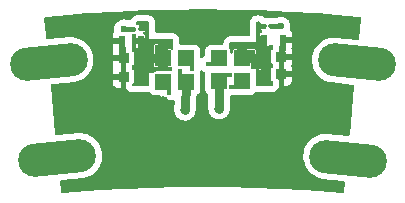
<source format=gbr>
%TF.GenerationSoftware,KiCad,Pcbnew,8.0.2-1*%
%TF.CreationDate,2024-08-19T11:26:23+02:00*%
%TF.ProjectId,PUMA_PCB_REV2,50554d41-5f50-4434-925f-524556322e6b,rev?*%
%TF.SameCoordinates,Original*%
%TF.FileFunction,Copper,L4,Bot*%
%TF.FilePolarity,Positive*%
%FSLAX46Y46*%
G04 Gerber Fmt 4.6, Leading zero omitted, Abs format (unit mm)*
G04 Created by KiCad (PCBNEW 8.0.2-1) date 2024-08-19 11:26:23*
%MOMM*%
%LPD*%
G01*
G04 APERTURE LIST*
G04 Aperture macros list*
%AMRoundRect*
0 Rectangle with rounded corners*
0 $1 Rounding radius*
0 $2 $3 $4 $5 $6 $7 $8 $9 X,Y pos of 4 corners*
0 Add a 4 corners polygon primitive as box body*
4,1,4,$2,$3,$4,$5,$6,$7,$8,$9,$2,$3,0*
0 Add four circle primitives for the rounded corners*
1,1,$1+$1,$2,$3*
1,1,$1+$1,$4,$5*
1,1,$1+$1,$6,$7*
1,1,$1+$1,$8,$9*
0 Add four rect primitives between the rounded corners*
20,1,$1+$1,$2,$3,$4,$5,0*
20,1,$1+$1,$4,$5,$6,$7,0*
20,1,$1+$1,$6,$7,$8,$9,0*
20,1,$1+$1,$8,$9,$2,$3,0*%
%AMHorizOval*
0 Thick line with rounded ends*
0 $1 width*
0 $2 $3 position (X,Y) of the first rounded end (center of the circle)*
0 $4 $5 position (X,Y) of the second rounded end (center of the circle)*
0 Add line between two ends*
20,1,$1,$2,$3,$4,$5,0*
0 Add two circle primitives to create the rounded ends*
1,1,$1,$2,$3*
1,1,$1,$4,$5*%
%AMFreePoly0*
4,1,17,-0.309965,1.070035,-0.309950,1.070000,-0.309950,0.650050,0.660000,0.650050,0.660035,0.650035,0.660050,0.650000,0.660050,-0.650000,0.660035,-0.650035,0.660000,-0.650050,-0.660000,-0.650050,-0.660035,-0.650035,-0.660050,-0.650000,-0.660050,1.070000,-0.660035,1.070035,-0.660000,1.070050,-0.310000,1.070050,-0.309965,1.070035,-0.309965,1.070035,$1*%
%AMFreePoly1*
4,1,23,1.070035,0.660035,1.070050,0.660000,1.070050,0.310000,1.070035,0.309965,1.070000,0.309950,0.660000,0.309950,0.660000,-0.650000,0.650050,-0.650000,0.650050,-0.660000,0.650035,-0.660035,0.650000,-0.660050,-0.650000,-0.660050,-0.650035,-0.660035,-0.650050,-0.660000,-0.650050,-0.650000,-0.660000,-0.650000,-0.660000,0.650000,-0.650050,0.650000,-0.650050,0.660000,-0.650035,0.660035,
-0.650000,0.660050,1.070000,0.660050,1.070035,0.660035,1.070035,0.660035,$1*%
%AMFreePoly2*
4,1,17,0.660035,0.650035,0.660050,0.650000,0.660050,-1.070000,0.660035,-1.070035,0.660000,-1.070050,0.310000,-1.070050,0.309965,-1.070035,0.309950,-1.070000,0.309950,-0.650050,-0.660000,-0.650050,-0.660035,-0.650035,-0.660050,-0.650000,-0.660050,0.650000,-0.660035,0.650035,-0.660000,0.650050,0.660000,0.650050,0.660035,0.650035,0.660035,0.650035,$1*%
%AMFreePoly3*
4,1,23,0.650035,0.660035,0.650050,0.660000,0.650050,0.650000,0.660000,0.650000,0.660000,-0.650000,0.650050,-0.650000,0.650050,-0.660000,0.650035,-0.660035,0.650000,-0.660050,-1.070000,-0.660050,-1.070035,-0.660035,-1.070050,-0.660000,-1.070050,-0.310000,-1.070035,-0.309965,-1.070000,-0.309950,-0.660000,-0.309950,-0.660000,0.650000,-0.650050,0.650000,-0.650050,0.660000,-0.650035,0.660035,
-0.650000,0.660050,0.650000,0.660050,0.650035,0.660035,0.650035,0.660035,$1*%
G04 Aperture macros list end*
%TA.AperFunction,ComponentPad*%
%ADD10HorizOval,2.800000X1.890802X0.186728X-1.890802X-0.186728X0*%
%TD*%
%TA.AperFunction,SMDPad,CuDef*%
%ADD11R,0.850000X0.940000*%
%TD*%
%TA.AperFunction,SMDPad,CuDef*%
%ADD12R,0.540000X0.940000*%
%TD*%
%TA.AperFunction,ComponentPad*%
%ADD13HorizOval,2.800000X1.890802X-0.186728X-1.890802X0.186728X0*%
%TD*%
%TA.AperFunction,SMDPad,CuDef*%
%ADD14FreePoly0,270.000000*%
%TD*%
%TA.AperFunction,SMDPad,CuDef*%
%ADD15FreePoly1,180.000000*%
%TD*%
%TA.AperFunction,SMDPad,CuDef*%
%ADD16FreePoly2,90.000000*%
%TD*%
%TA.AperFunction,SMDPad,CuDef*%
%ADD17FreePoly3,0.000000*%
%TD*%
%TA.AperFunction,SMDPad,CuDef*%
%ADD18RoundRect,0.100000X-0.130000X-0.100000X0.130000X-0.100000X0.130000X0.100000X-0.130000X0.100000X0*%
%TD*%
%TA.AperFunction,SMDPad,CuDef*%
%ADD19FreePoly0,0.000000*%
%TD*%
%TA.AperFunction,SMDPad,CuDef*%
%ADD20FreePoly1,270.000000*%
%TD*%
%TA.AperFunction,SMDPad,CuDef*%
%ADD21FreePoly2,180.000000*%
%TD*%
%TA.AperFunction,SMDPad,CuDef*%
%ADD22FreePoly3,90.000000*%
%TD*%
%TA.AperFunction,SMDPad,CuDef*%
%ADD23RoundRect,0.100000X0.130000X0.100000X-0.130000X0.100000X-0.130000X-0.100000X0.130000X-0.100000X0*%
%TD*%
%TA.AperFunction,ViaPad*%
%ADD24C,1.000000*%
%TD*%
%TA.AperFunction,ViaPad*%
%ADD25C,0.600000*%
%TD*%
%TA.AperFunction,ViaPad*%
%ADD26C,0.800000*%
%TD*%
%TA.AperFunction,Conductor*%
%ADD27C,0.420000*%
%TD*%
%TA.AperFunction,Conductor*%
%ADD28C,0.800000*%
%TD*%
G04 APERTURE END LIST*
D10*
%TO.P,H1,1*%
%TO.N,N/C*%
X86952580Y-87434452D03*
%TD*%
D11*
%TO.P,C8,1,1*%
%TO.N,Net-(C7-Pad1)*%
X94608753Y-87131471D03*
%TO.P,C8,2,2*%
%TO.N,GND*%
X93308753Y-87131471D03*
%TD*%
%TO.P,C9,1,1*%
%TO.N,Net-(C7-Pad1)*%
X94608753Y-88687906D03*
%TO.P,C9,2,2*%
%TO.N,GND*%
X93308753Y-88687906D03*
%TD*%
D12*
%TO.P,C4,1,1*%
%TO.N,GND*%
X106800000Y-85552155D03*
%TO.P,C4,2,2*%
%TO.N,Net-(C4-Pad2)*%
X105200000Y-85552155D03*
%TD*%
D10*
%TO.P,H2,1*%
%TO.N,N/C*%
X87710893Y-95553914D03*
%TD*%
D13*
%TO.P,H3,*%
%TO.N,*%
X113052869Y-87485539D03*
%TD*%
D11*
%TO.P,C5,1,1*%
%TO.N,GND*%
X106650000Y-87000000D03*
%TO.P,C5,2,2*%
%TO.N,Net-(C4-Pad2)*%
X105350000Y-87000000D03*
%TD*%
D12*
%TO.P,C7,1,1*%
%TO.N,Net-(C7-Pad1)*%
X94758753Y-85687906D03*
%TO.P,C7,2,2*%
%TO.N,GND*%
X93158753Y-85687906D03*
%TD*%
D11*
%TO.P,C6,1,1*%
%TO.N,GND*%
X106650000Y-88484054D03*
%TO.P,C6,2,2*%
%TO.N,Net-(C4-Pad2)*%
X105350000Y-88484054D03*
%TD*%
D13*
%TO.P,H4,*%
%TO.N,*%
X112321273Y-95623988D03*
%TD*%
D14*
%TO.P,U1,1*%
%TO.N,Net-(J2-SIGNAL)*%
X101391306Y-89093644D03*
D15*
%TO.P,U1,2*%
%TO.N,unconnected-(U1-Pad2)*%
X101381306Y-87143644D03*
D16*
%TO.P,U1,3*%
%TO.N,Net-(C4-Pad2)*%
X103351306Y-87133644D03*
D17*
%TO.P,U1,4*%
%TO.N,unconnected-(U1-Pad4)*%
X103361306Y-89083644D03*
%TD*%
D18*
%TO.P,R2,1*%
%TO.N,HV+*%
X94137447Y-84634163D03*
%TO.P,R2,2*%
%TO.N,Net-(C7-Pad1)*%
X94777447Y-84634163D03*
%TD*%
D19*
%TO.P,U2,1*%
%TO.N,Net-(J3-SIGNAL)*%
X98617090Y-89103644D03*
D20*
%TO.P,U2,2*%
%TO.N,unconnected-(U2-Pad2)*%
X96667090Y-89113644D03*
D21*
%TO.P,U2,3*%
%TO.N,Net-(C7-Pad1)*%
X96657090Y-87143644D03*
D22*
%TO.P,U2,4*%
%TO.N,unconnected-(U2-Pad4)*%
X98607090Y-87133644D03*
%TD*%
D23*
%TO.P,R1,1*%
%TO.N,HV+*%
X105820000Y-84435195D03*
%TO.P,R1,2*%
%TO.N,Net-(C4-Pad2)*%
X105180000Y-84435195D03*
%TD*%
D24*
%TO.N,GND*%
X96638147Y-90864525D03*
X98500000Y-84365929D03*
D25*
X103500000Y-92500000D03*
D24*
X107833548Y-91070020D03*
X106000000Y-95750000D03*
X107833548Y-92423625D03*
X103500000Y-91000000D03*
X107833548Y-93778630D03*
X100500000Y-96000000D03*
D25*
X96500000Y-92500000D03*
D24*
X99000000Y-96000000D03*
X101750000Y-84250000D03*
X91750000Y-89750000D03*
D25*
%TO.N,HV+*%
X93322070Y-84647999D03*
X106628810Y-84404476D03*
D26*
%TO.N,Net-(J2-SIGNAL)*%
X101388400Y-91400879D03*
%TO.N,Net-(J3-SIGNAL)*%
X98500000Y-91500000D03*
%TD*%
D27*
%TO.N,HV+*%
X105820000Y-84435195D02*
X106628810Y-84404476D01*
X94137447Y-84634163D02*
X93322070Y-84647999D01*
D28*
%TO.N,Net-(C4-Pad2)*%
X103484950Y-87000000D02*
X103351306Y-87133644D01*
D27*
X103717662Y-87500000D02*
X103351306Y-87133644D01*
%TO.N,Net-(J2-SIGNAL)*%
X101388400Y-91400879D02*
X101352864Y-91258735D01*
D28*
X101391306Y-89093644D02*
X101388400Y-91400879D01*
%TO.N,Net-(J3-SIGNAL)*%
X98617090Y-89103644D02*
X98500000Y-91500000D01*
%TD*%
%TA.AperFunction,Conductor*%
%TO.N,GND*%
G36*
X102443268Y-83009334D02*
G01*
X102445287Y-83009370D01*
X104889484Y-83074819D01*
X104891648Y-83074897D01*
X107334274Y-83183990D01*
X107336325Y-83184100D01*
X109776610Y-83336801D01*
X109778671Y-83336948D01*
X112215960Y-83533217D01*
X112217848Y-83533385D01*
X113311132Y-83638655D01*
X113375974Y-83664674D01*
X113416457Y-83721620D01*
X113422647Y-83774245D01*
X113255414Y-85471167D01*
X113229250Y-85535953D01*
X113172213Y-85576309D01*
X113119826Y-85582406D01*
X111224886Y-85395269D01*
X111224882Y-85395269D01*
X110975882Y-85403355D01*
X110975876Y-85403355D01*
X110730069Y-85443872D01*
X110491652Y-85516128D01*
X110491648Y-85516129D01*
X110491647Y-85516130D01*
X110457290Y-85531686D01*
X110264690Y-85618890D01*
X110053102Y-85750386D01*
X109991407Y-85800991D01*
X109860476Y-85908386D01*
X109860473Y-85908388D01*
X109860473Y-85908389D01*
X109690123Y-86090175D01*
X109690120Y-86090178D01*
X109544964Y-86292632D01*
X109544962Y-86292636D01*
X109544960Y-86292639D01*
X109544959Y-86292641D01*
X109427522Y-86512211D01*
X109427460Y-86512327D01*
X109339644Y-86745462D01*
X109339642Y-86745469D01*
X109283011Y-86988061D01*
X109283008Y-86988077D01*
X109258525Y-87235990D01*
X109258525Y-87235994D01*
X109258525Y-87235996D01*
X109263427Y-87386953D01*
X109266611Y-87484992D01*
X109266611Y-87485001D01*
X109307128Y-87730808D01*
X109360426Y-87906670D01*
X109379386Y-87969231D01*
X109446190Y-88116774D01*
X109482146Y-88196187D01*
X109613642Y-88407775D01*
X109613645Y-88407779D01*
X109613646Y-88407780D01*
X109771642Y-88600402D01*
X109914267Y-88734054D01*
X109953431Y-88770754D01*
X109953434Y-88770757D01*
X110155888Y-88915913D01*
X110155890Y-88915914D01*
X110155897Y-88915919D01*
X110375579Y-89033416D01*
X110473097Y-89070148D01*
X110608718Y-89121233D01*
X110608725Y-89121235D01*
X110749687Y-89154141D01*
X110851328Y-89177869D01*
X112747092Y-89365087D01*
X112811873Y-89391265D01*
X112852217Y-89448310D01*
X112858308Y-89500648D01*
X112454047Y-93602725D01*
X112427883Y-93667511D01*
X112370846Y-93707867D01*
X112318459Y-93713964D01*
X110493290Y-93533718D01*
X110493286Y-93533718D01*
X110244286Y-93541804D01*
X110244280Y-93541804D01*
X109998473Y-93582321D01*
X109760056Y-93654577D01*
X109760052Y-93654578D01*
X109760051Y-93654579D01*
X109646575Y-93705958D01*
X109533094Y-93757339D01*
X109321506Y-93888835D01*
X109214317Y-93976756D01*
X109128880Y-94046835D01*
X109128877Y-94046837D01*
X109128877Y-94046838D01*
X108958527Y-94228624D01*
X108958524Y-94228627D01*
X108813368Y-94431081D01*
X108813366Y-94431085D01*
X108695864Y-94650776D01*
X108608048Y-94883911D01*
X108608046Y-94883918D01*
X108551415Y-95126510D01*
X108551412Y-95126526D01*
X108526929Y-95374439D01*
X108526929Y-95374443D01*
X108526929Y-95374445D01*
X108532740Y-95553376D01*
X108535015Y-95623441D01*
X108535015Y-95623450D01*
X108575532Y-95869257D01*
X108626553Y-96037606D01*
X108647790Y-96107680D01*
X108750548Y-96334632D01*
X108750550Y-96334636D01*
X108882046Y-96546224D01*
X108882049Y-96546228D01*
X108882050Y-96546229D01*
X109040046Y-96738851D01*
X109147060Y-96839132D01*
X109221835Y-96909203D01*
X109221838Y-96909206D01*
X109424292Y-97054362D01*
X109424294Y-97054363D01*
X109424301Y-97054368D01*
X109643983Y-97171865D01*
X109777710Y-97222236D01*
X109877122Y-97259682D01*
X109877129Y-97259684D01*
X110002981Y-97289063D01*
X110119732Y-97316318D01*
X111945727Y-97496645D01*
X112010506Y-97522823D01*
X112050850Y-97579868D01*
X112056941Y-97632206D01*
X111975114Y-98462518D01*
X111948950Y-98527304D01*
X111891913Y-98567660D01*
X111839827Y-98573786D01*
X110878582Y-98481231D01*
X108706751Y-98306337D01*
X106532129Y-98170257D01*
X104355536Y-98073037D01*
X102177387Y-98014698D01*
X99998658Y-97995266D01*
X97819873Y-98014747D01*
X95641838Y-98073131D01*
X93465191Y-98170401D01*
X93465161Y-98170402D01*
X93465158Y-98170403D01*
X93275208Y-98182293D01*
X91290573Y-98306529D01*
X89118739Y-98481470D01*
X88157479Y-98574049D01*
X88088862Y-98560882D01*
X88038255Y-98512707D01*
X88022192Y-98462804D01*
X87993321Y-98170403D01*
X87933668Y-97566257D01*
X87946670Y-97497610D01*
X87994723Y-97446888D01*
X88044877Y-97430676D01*
X89912434Y-97246244D01*
X90105640Y-97201141D01*
X90155036Y-97189610D01*
X90155043Y-97189608D01*
X90202145Y-97171866D01*
X90388183Y-97101791D01*
X90607865Y-96984294D01*
X90810333Y-96839128D01*
X90992120Y-96668777D01*
X91150116Y-96476155D01*
X91281619Y-96264558D01*
X91384377Y-96037606D01*
X91456633Y-95799185D01*
X91497151Y-95553371D01*
X91505237Y-95304371D01*
X91480753Y-95056447D01*
X91430989Y-94843270D01*
X91424120Y-94813844D01*
X91424119Y-94813842D01*
X91424118Y-94813841D01*
X91424118Y-94813838D01*
X91336300Y-94580698D01*
X91218803Y-94361016D01*
X91218795Y-94361006D01*
X91218793Y-94361001D01*
X91073642Y-94158555D01*
X91073633Y-94158543D01*
X90903281Y-93976756D01*
X90710667Y-93818767D01*
X90710659Y-93818761D01*
X90499071Y-93687265D01*
X90499067Y-93687263D01*
X90272116Y-93584505D01*
X90272111Y-93584503D01*
X90272110Y-93584503D01*
X90033691Y-93512247D01*
X90033692Y-93512247D01*
X89787880Y-93471730D01*
X89538880Y-93463644D01*
X89538878Y-93463644D01*
X89538873Y-93463644D01*
X87671396Y-93648068D01*
X87602747Y-93635067D01*
X87552024Y-93587015D01*
X87535810Y-93536854D01*
X87132383Y-89451038D01*
X87145385Y-89382391D01*
X87193438Y-89331669D01*
X87243589Y-89315458D01*
X88354492Y-89205750D01*
X92383753Y-89205750D01*
X92390154Y-89265278D01*
X92390156Y-89265285D01*
X92440398Y-89399992D01*
X92440402Y-89399999D01*
X92526562Y-89515093D01*
X92526565Y-89515096D01*
X92641659Y-89601256D01*
X92641666Y-89601260D01*
X92776373Y-89651502D01*
X92776380Y-89651504D01*
X92835908Y-89657905D01*
X92835925Y-89657906D01*
X93058753Y-89657906D01*
X93058753Y-88937906D01*
X92383753Y-88937906D01*
X92383753Y-89205750D01*
X88354492Y-89205750D01*
X89154121Y-89126782D01*
X89310667Y-89090236D01*
X89396723Y-89070148D01*
X89396730Y-89070146D01*
X89416519Y-89062692D01*
X89629870Y-88982329D01*
X89849552Y-88864832D01*
X90052020Y-88719666D01*
X90233807Y-88549315D01*
X90391803Y-88356693D01*
X90523306Y-88145096D01*
X90626064Y-87918144D01*
X90698320Y-87679723D01*
X90703332Y-87649315D01*
X92383753Y-87649315D01*
X92390154Y-87708843D01*
X92390156Y-87708850D01*
X92440400Y-87843561D01*
X92444057Y-87850258D01*
X92458911Y-87918530D01*
X92444059Y-87969115D01*
X92440399Y-87975816D01*
X92390156Y-88110526D01*
X92390154Y-88110533D01*
X92383753Y-88170061D01*
X92383753Y-88437906D01*
X93058753Y-88437906D01*
X93058753Y-87381471D01*
X92383753Y-87381471D01*
X92383753Y-87649315D01*
X90703332Y-87649315D01*
X90738838Y-87433909D01*
X90746924Y-87184909D01*
X90722440Y-86936985D01*
X90685261Y-86777719D01*
X90665807Y-86694382D01*
X90665806Y-86694380D01*
X90665805Y-86694379D01*
X90665805Y-86694376D01*
X90635388Y-86613626D01*
X92383753Y-86613626D01*
X92383753Y-86881471D01*
X93058753Y-86881471D01*
X93058753Y-86700906D01*
X93032753Y-86700906D01*
X92965714Y-86681221D01*
X92919959Y-86628417D01*
X92908753Y-86576906D01*
X92908753Y-85937906D01*
X92388753Y-85937906D01*
X92388753Y-86205750D01*
X92395154Y-86265278D01*
X92395155Y-86265282D01*
X92430353Y-86359651D01*
X92435337Y-86429343D01*
X92430353Y-86446318D01*
X92390156Y-86554091D01*
X92390154Y-86554098D01*
X92383753Y-86613626D01*
X90635388Y-86613626D01*
X90577987Y-86461236D01*
X90460490Y-86241554D01*
X90460482Y-86241544D01*
X90460480Y-86241539D01*
X90351953Y-86090174D01*
X90315325Y-86039087D01*
X90315322Y-86039084D01*
X90315320Y-86039081D01*
X90172407Y-85886575D01*
X90144973Y-85857299D01*
X90144971Y-85857297D01*
X90144968Y-85857294D01*
X89952354Y-85699305D01*
X89952346Y-85699299D01*
X89740758Y-85567803D01*
X89740754Y-85567801D01*
X89513803Y-85465043D01*
X89513798Y-85465041D01*
X89513797Y-85465041D01*
X89275378Y-85392785D01*
X89275379Y-85392785D01*
X89029567Y-85352268D01*
X88780567Y-85344182D01*
X88780565Y-85344182D01*
X88780560Y-85344182D01*
X86870111Y-85532850D01*
X86801462Y-85519849D01*
X86750739Y-85471797D01*
X86734525Y-85421636D01*
X86709685Y-85170061D01*
X92388753Y-85170061D01*
X92388753Y-85437906D01*
X93176140Y-85437906D01*
X93190022Y-85438685D01*
X93298638Y-85450923D01*
X93363050Y-85477989D01*
X93402605Y-85535584D01*
X93408753Y-85574143D01*
X93408753Y-86118471D01*
X93424146Y-86133864D01*
X93438762Y-86138156D01*
X93484517Y-86190960D01*
X93495722Y-86242517D01*
X93495652Y-86429624D01*
X93495634Y-86478374D01*
X93496021Y-86498378D01*
X93496305Y-86505626D01*
X93496327Y-86506165D01*
X93498831Y-86540344D01*
X93508160Y-86576906D01*
X93521302Y-86628417D01*
X93534402Y-86679758D01*
X93549318Y-86715778D01*
X93558753Y-86763219D01*
X93558753Y-87500283D01*
X93546011Y-87555033D01*
X93538873Y-87569536D01*
X93519945Y-87627716D01*
X93515673Y-87641511D01*
X93515673Y-87641512D01*
X93495144Y-87783914D01*
X93495144Y-87783918D01*
X93495050Y-88035059D01*
X93495437Y-88055053D01*
X93495740Y-88062797D01*
X93498244Y-88097008D01*
X93498246Y-88097018D01*
X93516882Y-88170061D01*
X93533814Y-88236427D01*
X93533817Y-88236435D01*
X93533820Y-88236443D01*
X93549318Y-88273868D01*
X93558753Y-88321310D01*
X93558753Y-89055285D01*
X93546010Y-89110039D01*
X93538288Y-89125728D01*
X93519357Y-89183913D01*
X93515088Y-89197703D01*
X93494559Y-89340110D01*
X93494559Y-89340114D01*
X93494536Y-89399957D01*
X93494537Y-89399962D01*
X93501076Y-89481187D01*
X93501080Y-89481223D01*
X93506176Y-89512590D01*
X93506182Y-89512618D01*
X93530454Y-89605343D01*
X93530456Y-89605350D01*
X93598650Y-89732042D01*
X93598657Y-89732053D01*
X93635016Y-89781237D01*
X93652830Y-89803948D01*
X93652834Y-89803952D01*
X93759630Y-89900359D01*
X93759632Y-89900360D01*
X93759634Y-89900362D01*
X93889269Y-89962778D01*
X93889267Y-89962778D01*
X93915821Y-89971164D01*
X93947616Y-89981206D01*
X93961449Y-89985358D01*
X94104029Y-90004658D01*
X95405992Y-89993906D01*
X95467490Y-89988682D01*
X95535953Y-90002621D01*
X95586013Y-90051363D01*
X95586812Y-90052803D01*
X95588297Y-90055523D01*
X95588301Y-90055527D01*
X95588302Y-90055529D01*
X95686348Y-90160830D01*
X95705904Y-90172432D01*
X95719665Y-90180596D01*
X95737596Y-90193525D01*
X95743796Y-90198898D01*
X95766943Y-90209469D01*
X95778678Y-90215607D01*
X95810090Y-90234243D01*
X95813661Y-90235722D01*
X95855759Y-90250573D01*
X95866017Y-90254714D01*
X95874674Y-90258668D01*
X96017090Y-90279144D01*
X96383691Y-90279144D01*
X96450730Y-90298829D01*
X96496485Y-90351633D01*
X96503840Y-90372481D01*
X96505009Y-90377063D01*
X96505014Y-90377079D01*
X96506486Y-90380634D01*
X96506492Y-90380647D01*
X96558302Y-90475529D01*
X96656348Y-90580830D01*
X96780090Y-90654243D01*
X96783661Y-90655722D01*
X96834674Y-90673718D01*
X96977090Y-90694194D01*
X96977093Y-90694194D01*
X97327096Y-90694194D01*
X97381093Y-90691301D01*
X97381095Y-90691300D01*
X97381107Y-90691300D01*
X97478476Y-90666451D01*
X97548297Y-90668947D01*
X97605688Y-90708796D01*
X97632425Y-90773348D01*
X97632987Y-90792652D01*
X97601971Y-91427432D01*
X97601440Y-91434339D01*
X97594540Y-91499998D01*
X97596196Y-91515765D01*
X97596727Y-91534757D01*
X97596245Y-91544635D01*
X97596245Y-91544641D01*
X97606054Y-91610647D01*
X97606721Y-91615905D01*
X97614326Y-91688256D01*
X97614326Y-91688258D01*
X97614327Y-91688260D01*
X97614327Y-91688263D01*
X97617137Y-91696910D01*
X97621857Y-91716988D01*
X97622318Y-91720094D01*
X97622319Y-91720095D01*
X97647081Y-91789246D01*
X97648270Y-91792729D01*
X97672820Y-91868283D01*
X97673984Y-91870298D01*
X97679264Y-91881700D01*
X97679513Y-91881583D01*
X97682119Y-91887089D01*
X97682120Y-91887091D01*
X97682121Y-91887093D01*
X97723397Y-91955917D01*
X97724353Y-91957540D01*
X97749445Y-92001001D01*
X97767466Y-92032215D01*
X97767472Y-92032223D01*
X97767493Y-92032246D01*
X97771720Y-92037412D01*
X97831625Y-92103473D01*
X97831918Y-92103797D01*
X97894128Y-92172887D01*
X97894129Y-92172888D01*
X97920506Y-92192052D01*
X97966718Y-92225627D01*
X97967632Y-92226297D01*
X98035015Y-92276245D01*
X98035021Y-92276247D01*
X98038130Y-92278111D01*
X98047252Y-92284141D01*
X98047269Y-92284151D01*
X98086214Y-92301490D01*
X98123134Y-92317927D01*
X98125665Y-92319089D01*
X98195380Y-92352040D01*
X98199188Y-92353401D01*
X98215228Y-92358931D01*
X98220197Y-92361144D01*
X98294922Y-92377026D01*
X98299151Y-92378004D01*
X98367467Y-92395099D01*
X98373703Y-92395403D01*
X98393427Y-92397965D01*
X98405353Y-92400500D01*
X98405354Y-92400500D01*
X98474993Y-92400500D01*
X98481043Y-92400647D01*
X98484791Y-92400831D01*
X98544626Y-92403755D01*
X98544631Y-92403754D01*
X98544638Y-92403755D01*
X98557477Y-92401847D01*
X98575703Y-92400500D01*
X98594644Y-92400500D01*
X98594646Y-92400500D01*
X98656219Y-92387411D01*
X98663726Y-92386056D01*
X98720094Y-92377681D01*
X98738669Y-92371028D01*
X98754669Y-92366486D01*
X98779803Y-92361144D01*
X98831158Y-92338278D01*
X98839762Y-92334827D01*
X98887093Y-92317879D01*
X98909797Y-92304261D01*
X98923114Y-92297336D01*
X98952730Y-92284151D01*
X98992779Y-92255053D01*
X99001853Y-92249051D01*
X99039215Y-92226645D01*
X99063797Y-92204352D01*
X99074201Y-92195896D01*
X99105871Y-92172888D01*
X99134499Y-92141091D01*
X99143337Y-92132222D01*
X99170616Y-92107487D01*
X99194390Y-92075412D01*
X99201841Y-92066300D01*
X99232533Y-92032216D01*
X99250557Y-92000995D01*
X99258318Y-91989168D01*
X99276245Y-91964985D01*
X99296173Y-91922818D01*
X99300886Y-91913822D01*
X99327179Y-91868284D01*
X99336241Y-91840392D01*
X99342062Y-91825728D01*
X99352043Y-91804612D01*
X99364989Y-91752870D01*
X99367349Y-91744653D01*
X99385674Y-91688256D01*
X99388033Y-91665801D01*
X99391065Y-91648651D01*
X99394393Y-91635353D01*
X99395099Y-91632533D01*
X99398029Y-91572544D01*
X99398560Y-91565644D01*
X99405460Y-91500000D01*
X99403803Y-91484244D01*
X99403272Y-91465242D01*
X99460237Y-90299404D01*
X99483169Y-90233409D01*
X99524659Y-90196629D01*
X99568975Y-90172432D01*
X99674276Y-90074386D01*
X99747689Y-89950644D01*
X99749168Y-89947073D01*
X99767164Y-89896060D01*
X99787640Y-89753644D01*
X99787640Y-88453644D01*
X99786837Y-88438663D01*
X99784747Y-88399640D01*
X99784746Y-88399636D01*
X99784746Y-88399627D01*
X99768274Y-88335085D01*
X99765686Y-88286783D01*
X99769589Y-88259638D01*
X99798614Y-88196085D01*
X99857392Y-88158312D01*
X99927262Y-88158312D01*
X99983077Y-88192789D01*
X99990564Y-88200830D01*
X100114306Y-88274243D01*
X100117877Y-88275722D01*
X100150948Y-88287388D01*
X100207619Y-88328252D01*
X100233202Y-88393270D01*
X100232434Y-88421968D01*
X100230756Y-88433636D01*
X100230756Y-89753649D01*
X100233648Y-89807647D01*
X100233650Y-89807663D01*
X100269226Y-89947065D01*
X100269229Y-89947077D01*
X100270702Y-89950634D01*
X100270708Y-89950647D01*
X100322518Y-90045529D01*
X100420566Y-90150832D01*
X100428601Y-90155599D01*
X100476214Y-90206734D01*
X100489332Y-90262399D01*
X100487967Y-91346701D01*
X100487288Y-91359505D01*
X100482940Y-91400879D01*
X100482940Y-91400881D01*
X100487152Y-91440968D01*
X100487831Y-91454076D01*
X100487789Y-91488436D01*
X100487790Y-91488445D01*
X100496000Y-91529997D01*
X100497672Y-91541066D01*
X100502725Y-91589132D01*
X100502726Y-91589135D01*
X100511425Y-91615910D01*
X100513105Y-91621079D01*
X100516820Y-91635353D01*
X100522175Y-91662452D01*
X100522177Y-91662456D01*
X100540899Y-91707819D01*
X100544207Y-91716805D01*
X100561219Y-91769159D01*
X100574642Y-91792408D01*
X100581876Y-91807102D01*
X100589850Y-91826421D01*
X100599167Y-91840403D01*
X100620793Y-91872857D01*
X100624989Y-91879615D01*
X100655864Y-91933091D01*
X100655868Y-91933096D01*
X100669325Y-91948042D01*
X100680360Y-91962249D01*
X100688207Y-91974025D01*
X100688219Y-91974039D01*
X100732363Y-92018295D01*
X100736720Y-92022892D01*
X100750178Y-92037838D01*
X100782529Y-92073767D01*
X100793345Y-92081625D01*
X100808247Y-92094369D01*
X100813484Y-92099619D01*
X100871002Y-92138156D01*
X100874842Y-92140836D01*
X100905773Y-92163308D01*
X100935670Y-92185030D01*
X100941704Y-92187716D01*
X100960300Y-92197987D01*
X100960848Y-92198354D01*
X100960849Y-92198354D01*
X100960850Y-92198355D01*
X101030944Y-92227491D01*
X101033785Y-92228714D01*
X101092974Y-92255067D01*
X101108597Y-92262023D01*
X101108600Y-92262023D01*
X101108676Y-92262048D01*
X101118862Y-92264678D01*
X101124637Y-92266438D01*
X101124644Y-92266441D01*
X101205722Y-92282674D01*
X101207043Y-92282947D01*
X101293754Y-92301379D01*
X101387664Y-92301379D01*
X101480695Y-92301496D01*
X101482986Y-92301385D01*
X101483042Y-92301379D01*
X101483046Y-92301379D01*
X101568586Y-92283196D01*
X101570033Y-92282899D01*
X101649975Y-92267103D01*
X101649978Y-92267101D01*
X101649981Y-92267101D01*
X101655817Y-92265339D01*
X101655931Y-92265718D01*
X101667076Y-92262262D01*
X101668203Y-92262023D01*
X101741808Y-92229250D01*
X101744938Y-92227908D01*
X101748766Y-92226328D01*
X101813942Y-92199429D01*
X101815572Y-92198342D01*
X101833905Y-92188246D01*
X101841130Y-92185030D01*
X101900932Y-92141580D01*
X101904992Y-92138754D01*
X101961554Y-92101065D01*
X101967723Y-92094910D01*
X101982406Y-92082386D01*
X101994271Y-92073767D01*
X102039229Y-92023834D01*
X102043776Y-92019048D01*
X102087140Y-91975795D01*
X102095741Y-91962956D01*
X102106606Y-91949006D01*
X102107474Y-91948042D01*
X102120933Y-91933095D01*
X102151169Y-91880722D01*
X102155519Y-91873736D01*
X102185875Y-91828431D01*
X102194394Y-91807935D01*
X102201509Y-91793532D01*
X102202981Y-91790983D01*
X102215579Y-91769163D01*
X102232197Y-91718017D01*
X102235614Y-91708771D01*
X102253962Y-91664635D01*
X102259640Y-91636269D01*
X102263290Y-91622321D01*
X102274074Y-91589135D01*
X102278990Y-91542356D01*
X102280722Y-91530982D01*
X102288788Y-91490704D01*
X102288832Y-91455048D01*
X102289512Y-91442239D01*
X102289646Y-91440968D01*
X102293860Y-91400879D01*
X102289645Y-91360788D01*
X102288967Y-91347674D01*
X102288969Y-91346701D01*
X102289822Y-90668947D01*
X102290189Y-90378038D01*
X102309958Y-90311023D01*
X102362820Y-90265335D01*
X102414189Y-90254194D01*
X104011312Y-90254194D01*
X104065309Y-90251301D01*
X104065312Y-90251300D01*
X104065323Y-90251300D01*
X104204735Y-90215722D01*
X104208306Y-90214243D01*
X104303191Y-90162432D01*
X104408492Y-90064386D01*
X104416878Y-90050249D01*
X104468012Y-90002637D01*
X104536771Y-89990228D01*
X104539701Y-89990578D01*
X104564979Y-89993906D01*
X104653045Y-90005500D01*
X104653046Y-90005500D01*
X105851001Y-90005500D01*
X105877166Y-90002055D01*
X105981832Y-89988276D01*
X106056332Y-89968314D01*
X106167760Y-89923705D01*
X106282942Y-89837480D01*
X106337480Y-89782942D01*
X106411676Y-89688595D01*
X106424819Y-89657905D01*
X106468310Y-89556342D01*
X106468310Y-89556339D01*
X106468314Y-89556332D01*
X106488276Y-89481832D01*
X106491933Y-89454054D01*
X106900000Y-89454054D01*
X107122828Y-89454054D01*
X107122844Y-89454053D01*
X107182372Y-89447652D01*
X107182379Y-89447650D01*
X107317086Y-89397408D01*
X107317093Y-89397404D01*
X107432187Y-89311244D01*
X107432190Y-89311241D01*
X107518350Y-89196147D01*
X107518354Y-89196140D01*
X107568596Y-89061433D01*
X107568598Y-89061426D01*
X107574999Y-89001898D01*
X107575000Y-89001881D01*
X107575000Y-88734054D01*
X106900000Y-88734054D01*
X106900000Y-89454054D01*
X106491933Y-89454054D01*
X106505500Y-89351000D01*
X106505500Y-89192815D01*
X106503067Y-89143277D01*
X106500205Y-89114213D01*
X106495134Y-89076973D01*
X106479662Y-89029543D01*
X106450515Y-88940190D01*
X106416400Y-88871007D01*
X106416247Y-88870738D01*
X106416223Y-88870647D01*
X106414770Y-88867701D01*
X106415365Y-88867407D01*
X106400000Y-88809377D01*
X106400000Y-88234054D01*
X106900000Y-88234054D01*
X107575000Y-88234054D01*
X107575000Y-87966226D01*
X107574999Y-87966209D01*
X107568598Y-87906681D01*
X107568595Y-87906670D01*
X107523349Y-87785361D01*
X107518364Y-87715670D01*
X107523349Y-87698693D01*
X107568595Y-87577383D01*
X107568598Y-87577372D01*
X107574999Y-87517844D01*
X107575000Y-87517827D01*
X107575000Y-87250000D01*
X106900000Y-87250000D01*
X106900000Y-88234054D01*
X106400000Y-88234054D01*
X106400000Y-88165587D01*
X106410012Y-88116774D01*
X106418476Y-88097008D01*
X106468314Y-87980625D01*
X106488276Y-87906125D01*
X106505500Y-87775293D01*
X106505500Y-87708761D01*
X106503067Y-87659223D01*
X106500205Y-87630159D01*
X106495134Y-87592919D01*
X106470644Y-87517844D01*
X106450515Y-87456136D01*
X106416400Y-87386953D01*
X106416247Y-87386684D01*
X106416223Y-87386593D01*
X106414770Y-87383647D01*
X106415365Y-87383353D01*
X106400000Y-87325323D01*
X106400000Y-86681533D01*
X106410012Y-86632720D01*
X106418188Y-86613626D01*
X106438945Y-86565155D01*
X106900000Y-86565155D01*
X106900000Y-86750000D01*
X107575000Y-86750000D01*
X107575000Y-86482172D01*
X107574999Y-86482155D01*
X107568598Y-86422627D01*
X107568596Y-86422620D01*
X107527602Y-86312707D01*
X107522618Y-86243015D01*
X107527602Y-86226041D01*
X107563596Y-86129534D01*
X107563598Y-86129527D01*
X107569999Y-86069999D01*
X107570000Y-86069982D01*
X107570000Y-85802155D01*
X107050000Y-85802155D01*
X107050000Y-86441155D01*
X107030315Y-86508194D01*
X106977511Y-86553949D01*
X106926000Y-86565155D01*
X106900000Y-86565155D01*
X106438945Y-86565155D01*
X106468314Y-86496571D01*
X106488276Y-86422071D01*
X106505500Y-86291239D01*
X106505500Y-86149000D01*
X106499812Y-86105794D01*
X106510578Y-86036760D01*
X106535071Y-86001928D01*
X106550000Y-85986999D01*
X106550000Y-85426155D01*
X106569685Y-85359116D01*
X106622489Y-85313361D01*
X106674000Y-85302155D01*
X107570000Y-85302155D01*
X107570000Y-85034327D01*
X107569999Y-85034310D01*
X107563598Y-84974782D01*
X107563596Y-84974775D01*
X107513354Y-84840068D01*
X107513352Y-84840066D01*
X107424242Y-84721029D01*
X107399825Y-84655565D01*
X107406467Y-84605767D01*
X107414178Y-84583731D01*
X107414179Y-84583724D01*
X107434375Y-84404479D01*
X107434375Y-84404472D01*
X107414179Y-84225226D01*
X107414178Y-84225221D01*
X107354598Y-84054952D01*
X107276500Y-83930661D01*
X107258626Y-83902214D01*
X107131072Y-83774660D01*
X107092558Y-83750460D01*
X106978333Y-83678687D01*
X106808064Y-83619107D01*
X106808059Y-83619106D01*
X106628814Y-83598911D01*
X106628806Y-83598911D01*
X106449560Y-83619106D01*
X106449547Y-83619109D01*
X106279289Y-83678685D01*
X106259868Y-83690888D01*
X106198608Y-83709802D01*
X105723104Y-83727863D01*
X105710768Y-83730807D01*
X105708671Y-83731308D01*
X105679893Y-83734695D01*
X105650637Y-83734695D01*
X105533234Y-83750150D01*
X105532083Y-83750459D01*
X105530891Y-83750459D01*
X105525179Y-83751211D01*
X105525080Y-83750459D01*
X105474919Y-83750459D01*
X105474820Y-83751212D01*
X105469107Y-83750459D01*
X105467917Y-83750460D01*
X105466765Y-83750151D01*
X105349370Y-83734696D01*
X105349367Y-83734695D01*
X105349361Y-83734695D01*
X105349354Y-83734695D01*
X105310153Y-83734695D01*
X105243114Y-83715010D01*
X105222473Y-83698377D01*
X105186618Y-83662523D01*
X105186617Y-83662522D01*
X105186615Y-83662520D01*
X105092268Y-83588324D01*
X105092265Y-83588323D01*
X105092262Y-83588320D01*
X104960015Y-83531689D01*
X104959998Y-83531684D01*
X104885514Y-83511726D01*
X104885501Y-83511723D01*
X104754674Y-83494500D01*
X104754673Y-83494500D01*
X104649000Y-83494500D01*
X104648999Y-83494500D01*
X104518171Y-83511723D01*
X104518158Y-83511726D01*
X104443674Y-83531684D01*
X104443673Y-83531684D01*
X104332239Y-83576295D01*
X104217065Y-83662513D01*
X104217055Y-83662522D01*
X104162519Y-83717059D01*
X104088320Y-83811410D01*
X104031689Y-83943657D01*
X104031684Y-83943674D01*
X104011726Y-84018158D01*
X104011723Y-84018171D01*
X103994500Y-84148999D01*
X103994500Y-85120500D01*
X103974815Y-85187539D01*
X103922011Y-85233294D01*
X103870500Y-85244500D01*
X102406843Y-85244500D01*
X102404092Y-85244535D01*
X102393848Y-85244666D01*
X102386343Y-85244858D01*
X102386344Y-85244859D01*
X102385323Y-85244886D01*
X102243518Y-85269267D01*
X102170140Y-85293021D01*
X102061145Y-85343282D01*
X101950531Y-85435300D01*
X101898861Y-85492561D01*
X101829599Y-85590588D01*
X101779816Y-85725578D01*
X101779812Y-85725591D01*
X101763701Y-85800991D01*
X101763699Y-85801006D01*
X101759075Y-85858957D01*
X101734121Y-85924218D01*
X101677845Y-85965628D01*
X101635468Y-85973094D01*
X100731300Y-85973094D01*
X100677302Y-85975986D01*
X100677286Y-85975988D01*
X100537884Y-86011564D01*
X100537872Y-86011567D01*
X100534315Y-86013040D01*
X100534302Y-86013046D01*
X100439420Y-86064856D01*
X100334120Y-86162901D01*
X100314349Y-86196225D01*
X100301423Y-86214150D01*
X100296053Y-86220347D01*
X100296052Y-86220348D01*
X100285483Y-86243490D01*
X100279336Y-86255242D01*
X100260707Y-86286644D01*
X100259228Y-86290215D01*
X100258374Y-86292636D01*
X100244374Y-86332319D01*
X100240237Y-86342563D01*
X100236283Y-86351222D01*
X100236282Y-86351224D01*
X100225010Y-86429627D01*
X100218002Y-86478374D01*
X100215806Y-86493645D01*
X100215806Y-86860245D01*
X100196121Y-86927284D01*
X100143317Y-86973039D01*
X100122469Y-86980394D01*
X100117886Y-86981563D01*
X100117870Y-86981568D01*
X100114315Y-86983040D01*
X100114302Y-86983046D01*
X100019420Y-87034856D01*
X99986138Y-87065845D01*
X99923660Y-87097121D01*
X99854190Y-87089654D01*
X99799786Y-87045815D01*
X99777719Y-86979521D01*
X99777640Y-86975092D01*
X99777640Y-86483638D01*
X99774747Y-86429640D01*
X99774746Y-86429635D01*
X99774746Y-86429627D01*
X99739168Y-86290215D01*
X99737689Y-86286644D01*
X99726024Y-86265282D01*
X99713068Y-86241554D01*
X99685878Y-86191759D01*
X99587832Y-86086458D01*
X99554511Y-86066689D01*
X99536588Y-86053766D01*
X99530384Y-86048390D01*
X99530380Y-86048388D01*
X99530379Y-86048387D01*
X99507245Y-86037822D01*
X99495489Y-86031673D01*
X99464093Y-86013047D01*
X99464090Y-86013045D01*
X99464088Y-86013044D01*
X99464086Y-86013043D01*
X99460524Y-86011568D01*
X99460500Y-86011559D01*
X99418414Y-85996712D01*
X99408156Y-85992570D01*
X99399506Y-85988620D01*
X99257090Y-85968144D01*
X99257088Y-85968144D01*
X98122298Y-85968144D01*
X98055259Y-85948459D01*
X98009504Y-85895655D01*
X97998326Y-85841499D01*
X97998979Y-85810851D01*
X98003226Y-85611897D01*
X97997937Y-85527390D01*
X97993116Y-85494686D01*
X97969122Y-85398533D01*
X97901978Y-85271281D01*
X97866014Y-85221781D01*
X97848383Y-85198917D01*
X97742379Y-85101629D01*
X97678861Y-85070399D01*
X97613258Y-85038145D01*
X97613253Y-85038144D01*
X97555069Y-85019239D01*
X97541287Y-85014977D01*
X97541281Y-85014976D01*
X97398865Y-84994500D01*
X97398863Y-84994500D01*
X96129500Y-84994500D01*
X96062461Y-84974815D01*
X96016706Y-84922011D01*
X96005500Y-84870500D01*
X96005500Y-84098023D01*
X96005498Y-84097994D01*
X96002218Y-84054952D01*
X95999663Y-84021420D01*
X95999165Y-84018171D01*
X95995120Y-83991782D01*
X95995118Y-83991776D01*
X95995117Y-83991766D01*
X95973224Y-83903239D01*
X95907349Y-83775325D01*
X95871880Y-83725470D01*
X95854482Y-83702437D01*
X95749454Y-83604097D01*
X95749452Y-83604096D01*
X95749451Y-83604095D01*
X95685748Y-83571983D01*
X95620977Y-83539332D01*
X95620978Y-83539332D01*
X95620366Y-83539126D01*
X95562976Y-83519845D01*
X95549223Y-83515442D01*
X95549220Y-83515441D01*
X95407023Y-83493549D01*
X95407013Y-83493548D01*
X94495579Y-83484475D01*
X94495578Y-83484475D01*
X94495573Y-83484475D01*
X94413453Y-83490363D01*
X94407658Y-83491257D01*
X94381693Y-83495263D01*
X94381683Y-83495265D01*
X94287964Y-83519085D01*
X94287960Y-83519087D01*
X94160848Y-83586478D01*
X94111418Y-83622541D01*
X94088589Y-83640218D01*
X93991510Y-83746412D01*
X93936265Y-83859338D01*
X93889122Y-83910907D01*
X93826984Y-83928828D01*
X93718969Y-83930661D01*
X93675910Y-83923721D01*
X93501324Y-83862630D01*
X93501319Y-83862629D01*
X93322074Y-83842434D01*
X93322066Y-83842434D01*
X93142820Y-83862629D01*
X93142815Y-83862630D01*
X92972546Y-83922210D01*
X92819807Y-84018183D01*
X92692254Y-84145736D01*
X92596281Y-84298475D01*
X92536701Y-84468744D01*
X92536700Y-84468749D01*
X92516505Y-84647995D01*
X92516505Y-84648003D01*
X92533802Y-84801529D01*
X92521747Y-84870351D01*
X92509849Y-84889722D01*
X92445402Y-84975812D01*
X92445398Y-84975819D01*
X92395156Y-85110526D01*
X92395154Y-85110533D01*
X92388753Y-85170061D01*
X86709685Y-85170061D01*
X86571919Y-83774796D01*
X86584921Y-83706149D01*
X86632974Y-83655427D01*
X86683424Y-83639186D01*
X87776822Y-83533861D01*
X87778564Y-83533707D01*
X90215834Y-83337342D01*
X90217845Y-83337197D01*
X92658281Y-83184389D01*
X92660270Y-83184283D01*
X95102858Y-83075093D01*
X95105054Y-83075015D01*
X97549115Y-83009471D01*
X97551262Y-83009432D01*
X99996252Y-82987548D01*
X99998267Y-82987548D01*
X102443268Y-83009334D01*
G37*
%TD.AperFunction*%
%TD*%
%TA.AperFunction,Conductor*%
%TO.N,Net-(C7-Pad1)*%
G36*
X95401986Y-83999024D02*
G01*
X95459985Y-84018510D01*
X95495454Y-84068365D01*
X95500000Y-84098019D01*
X95500000Y-85500000D01*
X97398865Y-85500000D01*
X97457056Y-85518907D01*
X97493020Y-85568407D01*
X97497841Y-85601111D01*
X97489934Y-85971582D01*
X97482959Y-86298346D01*
X97462815Y-86356120D01*
X97412558Y-86391019D01*
X97362347Y-86390979D01*
X97362039Y-86392533D01*
X97317098Y-86383595D01*
X97317086Y-86383594D01*
X97057091Y-86383594D01*
X97057090Y-86383595D01*
X97057090Y-87903693D01*
X97057091Y-87903694D01*
X97317086Y-87903694D01*
X97317093Y-87903693D01*
X97328332Y-87901458D01*
X97389093Y-87908650D01*
X97434023Y-87950183D01*
X97446622Y-88000669D01*
X97443329Y-88154933D01*
X97423185Y-88212707D01*
X97372928Y-88247606D01*
X97322327Y-88249339D01*
X97317090Y-88248144D01*
X96017090Y-88248144D01*
X96017088Y-88248144D01*
X95971360Y-88253296D01*
X95958250Y-88259609D01*
X95934629Y-88267505D01*
X95928458Y-88268733D01*
X95928454Y-88268734D01*
X95924886Y-88270212D01*
X95924883Y-88270213D01*
X95866578Y-88306849D01*
X95862993Y-88310239D01*
X95807719Y-88336479D01*
X95794978Y-88337302D01*
X95500000Y-88337302D01*
X95500000Y-88337303D01*
X95500000Y-89389426D01*
X95481093Y-89447617D01*
X95431593Y-89483581D01*
X95401818Y-89488423D01*
X94099855Y-89499175D01*
X94041510Y-89480748D01*
X94005138Y-89431547D01*
X94000037Y-89400145D01*
X94000059Y-89340301D01*
X94018988Y-89282121D01*
X94068501Y-89246175D01*
X94129686Y-89246198D01*
X94136948Y-89248878D01*
X94144737Y-89252104D01*
X94173902Y-89257905D01*
X94208752Y-89257905D01*
X94208753Y-89257904D01*
X94208753Y-89087907D01*
X95008753Y-89087907D01*
X95008753Y-89257904D01*
X95008754Y-89257905D01*
X95043603Y-89257905D01*
X95072769Y-89252104D01*
X95105847Y-89230002D01*
X95105851Y-89229998D01*
X95127951Y-89196924D01*
X95133752Y-89167757D01*
X95133753Y-89167754D01*
X95133753Y-89087907D01*
X95133752Y-89087906D01*
X95008754Y-89087906D01*
X95008753Y-89087907D01*
X94208753Y-89087907D01*
X94208753Y-88117907D01*
X95008753Y-88117907D01*
X95008753Y-88287905D01*
X95008754Y-88287906D01*
X95133751Y-88287906D01*
X95133752Y-88287905D01*
X95133752Y-88208056D01*
X95127951Y-88178889D01*
X95105849Y-88145811D01*
X95105845Y-88145807D01*
X95072771Y-88123707D01*
X95043604Y-88117906D01*
X95008754Y-88117906D01*
X95008753Y-88117907D01*
X94208753Y-88117907D01*
X94208753Y-88117906D01*
X94173903Y-88117906D01*
X94144733Y-88123708D01*
X94137427Y-88126734D01*
X94076430Y-88131530D01*
X94024263Y-88099556D01*
X94000854Y-88043026D01*
X94000550Y-88035259D01*
X94000644Y-87784109D01*
X94019573Y-87725927D01*
X94069087Y-87689982D01*
X94130272Y-87690005D01*
X94137534Y-87692686D01*
X94144735Y-87695669D01*
X94173902Y-87701470D01*
X94208752Y-87701470D01*
X94208753Y-87701469D01*
X94208753Y-87531472D01*
X95008753Y-87531472D01*
X95008753Y-87701469D01*
X95008754Y-87701470D01*
X95043603Y-87701470D01*
X95072769Y-87695669D01*
X95105847Y-87673567D01*
X95105851Y-87673563D01*
X95127951Y-87640489D01*
X95133752Y-87611322D01*
X95133753Y-87611319D01*
X95133753Y-87543645D01*
X95887040Y-87543645D01*
X95887040Y-87793640D01*
X95887041Y-87793652D01*
X95895028Y-87833814D01*
X95895029Y-87833817D01*
X95896515Y-87837405D01*
X95896516Y-87837407D01*
X95903991Y-87852077D01*
X95903996Y-87852083D01*
X95953339Y-87894223D01*
X95953338Y-87894223D01*
X95956912Y-87895703D01*
X95956919Y-87895705D01*
X95997081Y-87903692D01*
X95997094Y-87903694D01*
X96257089Y-87903694D01*
X96257090Y-87903693D01*
X96257090Y-87543645D01*
X96257089Y-87543644D01*
X95887041Y-87543644D01*
X95887040Y-87543645D01*
X95133753Y-87543645D01*
X95133753Y-87531472D01*
X95133752Y-87531471D01*
X95008754Y-87531471D01*
X95008753Y-87531472D01*
X94208753Y-87531472D01*
X94208753Y-86561472D01*
X95008753Y-86561472D01*
X95008753Y-86731470D01*
X95008754Y-86731471D01*
X95133751Y-86731471D01*
X95133752Y-86731470D01*
X95133752Y-86651621D01*
X95127951Y-86622454D01*
X95105849Y-86589376D01*
X95105845Y-86589372D01*
X95072771Y-86567272D01*
X95043604Y-86561471D01*
X95008754Y-86561471D01*
X95008753Y-86561472D01*
X94208753Y-86561472D01*
X94208753Y-86561471D01*
X94173903Y-86561471D01*
X94144735Y-86567272D01*
X94138013Y-86570057D01*
X94077016Y-86574853D01*
X94024849Y-86542880D01*
X94001439Y-86486350D01*
X94001134Y-86478575D01*
X94001330Y-85957907D01*
X94388754Y-85957907D01*
X94388754Y-86167755D01*
X94394554Y-86196922D01*
X94416656Y-86230000D01*
X94416660Y-86230004D01*
X94449735Y-86252104D01*
X94478901Y-86257905D01*
X94488753Y-86257904D01*
X94488753Y-85957907D01*
X95028753Y-85957907D01*
X95028753Y-86257904D01*
X95028754Y-86257905D01*
X95038603Y-86257905D01*
X95067769Y-86252104D01*
X95100847Y-86230002D01*
X95100851Y-86229998D01*
X95122951Y-86196924D01*
X95128752Y-86167757D01*
X95128753Y-86167754D01*
X95128753Y-86073647D01*
X95887040Y-86073647D01*
X95887040Y-86743643D01*
X95887041Y-86743644D01*
X96257089Y-86743644D01*
X96257090Y-86743643D01*
X96257090Y-85963595D01*
X96257089Y-85963594D01*
X95997094Y-85963594D01*
X95997081Y-85963595D01*
X95956919Y-85971582D01*
X95956916Y-85971583D01*
X95953328Y-85973069D01*
X95953326Y-85973070D01*
X95938656Y-85980545D01*
X95938650Y-85980550D01*
X95896510Y-86029893D01*
X95895030Y-86033466D01*
X95895028Y-86033473D01*
X95887041Y-86073635D01*
X95887040Y-86073647D01*
X95128753Y-86073647D01*
X95128753Y-85957907D01*
X95128752Y-85957906D01*
X95028754Y-85957906D01*
X95028753Y-85957907D01*
X94488753Y-85957907D01*
X94488752Y-85957906D01*
X94388755Y-85957906D01*
X94388754Y-85957907D01*
X94001330Y-85957907D01*
X94001636Y-85144319D01*
X94020564Y-85086139D01*
X94070078Y-85050194D01*
X94098949Y-85045375D01*
X94198447Y-85043687D01*
X94216625Y-85038484D01*
X94243868Y-85034662D01*
X94306131Y-85034662D01*
X94364322Y-85053569D01*
X94400286Y-85103069D01*
X94400286Y-85164255D01*
X94397595Y-85171548D01*
X94394554Y-85178887D01*
X94388753Y-85208054D01*
X94388753Y-85417905D01*
X94388754Y-85417906D01*
X95128751Y-85417906D01*
X95128752Y-85417905D01*
X95128752Y-85208056D01*
X95122951Y-85178889D01*
X95100849Y-85145811D01*
X95100845Y-85145807D01*
X95067771Y-85123707D01*
X95038604Y-85117906D01*
X95008573Y-85117906D01*
X94950382Y-85098999D01*
X94914418Y-85049499D01*
X94914418Y-84988313D01*
X94950382Y-84938813D01*
X94976863Y-84927230D01*
X94976474Y-84926291D01*
X94985483Y-84922559D01*
X95051636Y-84878356D01*
X95051639Y-84878353D01*
X95081167Y-84834163D01*
X94676447Y-84834163D01*
X94618256Y-84815256D01*
X94582292Y-84765756D01*
X94577447Y-84735163D01*
X94577447Y-84434162D01*
X94977447Y-84434162D01*
X94977448Y-84434163D01*
X95081166Y-84434163D01*
X95051639Y-84389972D01*
X95051636Y-84389969D01*
X94985484Y-84345767D01*
X94985479Y-84345765D01*
X94977447Y-84344167D01*
X94977447Y-84434162D01*
X94577447Y-84434162D01*
X94577447Y-84344168D01*
X94577446Y-84344167D01*
X94566775Y-84346291D01*
X94506014Y-84339103D01*
X94477455Y-84319200D01*
X94440212Y-84281957D01*
X94440210Y-84281956D01*
X94440206Y-84281952D01*
X94433818Y-84277576D01*
X94396498Y-84229091D01*
X94390770Y-84196100D01*
X94390559Y-84089137D01*
X94409350Y-84030913D01*
X94458779Y-83994851D01*
X94490541Y-83989950D01*
X95401986Y-83999024D01*
G37*
%TD.AperFunction*%
%TD*%
%TA.AperFunction,Conductor*%
%TO.N,Net-(C4-Pad2)*%
G36*
X104829173Y-84019962D02*
G01*
X104883711Y-84074500D01*
X104903673Y-84149000D01*
X104883711Y-84223500D01*
X104878563Y-84231779D01*
X104876281Y-84235195D01*
X105231000Y-84235195D01*
X105305500Y-84255157D01*
X105360038Y-84309695D01*
X105380000Y-84384195D01*
X105380000Y-84486195D01*
X105360038Y-84560695D01*
X105305500Y-84615233D01*
X105231000Y-84635195D01*
X104876281Y-84635195D01*
X104905808Y-84679387D01*
X104959180Y-84715049D01*
X105010034Y-84773037D01*
X105025081Y-84848683D01*
X105000289Y-84921718D01*
X104942301Y-84972572D01*
X104905466Y-84985076D01*
X104890982Y-84987956D01*
X104890981Y-84987957D01*
X104857904Y-85010058D01*
X104857903Y-85010059D01*
X104835802Y-85043137D01*
X104830000Y-85072305D01*
X104830000Y-85282155D01*
X105321000Y-85282155D01*
X105395500Y-85302117D01*
X105450038Y-85356655D01*
X105470000Y-85431155D01*
X105470000Y-86122154D01*
X105479852Y-86122154D01*
X105509015Y-86116354D01*
X105509018Y-86116352D01*
X105542095Y-86094251D01*
X105542096Y-86094250D01*
X105560826Y-86066220D01*
X105618814Y-86015366D01*
X105684715Y-86000000D01*
X105851000Y-86000000D01*
X105925500Y-86019962D01*
X105980038Y-86074500D01*
X106000000Y-86149000D01*
X106000000Y-86291239D01*
X105980038Y-86365739D01*
X105925500Y-86420277D01*
X105851000Y-86440239D01*
X105821932Y-86437376D01*
X105784849Y-86430000D01*
X105750000Y-86430000D01*
X105750000Y-87569999D01*
X105784849Y-87569999D01*
X105821936Y-87562623D01*
X105898898Y-87567670D01*
X105963027Y-87610522D01*
X105997138Y-87679697D01*
X106000000Y-87708761D01*
X106000000Y-87775293D01*
X105980038Y-87849793D01*
X105925500Y-87904331D01*
X105851000Y-87924293D01*
X105821932Y-87921430D01*
X105784849Y-87914054D01*
X105750000Y-87914054D01*
X105750000Y-89054053D01*
X105784849Y-89054053D01*
X105821936Y-89046677D01*
X105898898Y-89051724D01*
X105963027Y-89094576D01*
X105997138Y-89163751D01*
X106000000Y-89192815D01*
X106000000Y-89351000D01*
X105980038Y-89425500D01*
X105925500Y-89480038D01*
X105851000Y-89500000D01*
X104653046Y-89500000D01*
X104578546Y-89480038D01*
X104524008Y-89425500D01*
X104504046Y-89351000D01*
X104504099Y-89347009D01*
X104512010Y-89051724D01*
X104514363Y-88963905D01*
X104825001Y-88963905D01*
X104830800Y-88993069D01*
X104830802Y-88993072D01*
X104852903Y-89026149D01*
X104852904Y-89026150D01*
X104885981Y-89048251D01*
X104915150Y-89054053D01*
X104950000Y-89054052D01*
X104950000Y-88884054D01*
X104825001Y-88884054D01*
X104825001Y-88963905D01*
X104514363Y-88963905D01*
X104536146Y-88150872D01*
X104555648Y-88085184D01*
X104538371Y-88067810D01*
X104225771Y-88074421D01*
X104180550Y-88063323D01*
X104804269Y-88063323D01*
X104825000Y-88084054D01*
X104950000Y-88084054D01*
X104950000Y-87914053D01*
X104949999Y-87914053D01*
X104915155Y-87914054D01*
X104885981Y-87919856D01*
X104852904Y-87941957D01*
X104852903Y-87941958D01*
X104830802Y-87975036D01*
X104824999Y-88004205D01*
X104824459Y-88009694D01*
X104804269Y-88063323D01*
X104180550Y-88063323D01*
X104150866Y-88056038D01*
X104095187Y-88002666D01*
X104073654Y-87928604D01*
X104092037Y-87853699D01*
X104096217Y-87847672D01*
X104095759Y-87847392D01*
X104101884Y-87837394D01*
X104103365Y-87833819D01*
X104111356Y-87793642D01*
X104111356Y-87533644D01*
X103100306Y-87533644D01*
X103025806Y-87513682D01*
X102991975Y-87479851D01*
X104825001Y-87479851D01*
X104830800Y-87509015D01*
X104830802Y-87509018D01*
X104852903Y-87542095D01*
X104852904Y-87542096D01*
X104885981Y-87564197D01*
X104915150Y-87569999D01*
X104950000Y-87569998D01*
X104950000Y-87400000D01*
X104825001Y-87400000D01*
X104825001Y-87479851D01*
X102991975Y-87479851D01*
X102971268Y-87459144D01*
X102951306Y-87384644D01*
X102951306Y-86733644D01*
X103751306Y-86733644D01*
X104531356Y-86733644D01*
X104531356Y-86666074D01*
X104551318Y-86591574D01*
X104568165Y-86574726D01*
X104566443Y-86572149D01*
X104797149Y-86572149D01*
X104825000Y-86600000D01*
X104950000Y-86600000D01*
X104950000Y-86429999D01*
X104949999Y-86429999D01*
X104915155Y-86430000D01*
X104885981Y-86435802D01*
X104852904Y-86457903D01*
X104852903Y-86457904D01*
X104830802Y-86490981D01*
X104826493Y-86512646D01*
X104797149Y-86572149D01*
X104566443Y-86572149D01*
X104539263Y-86531471D01*
X104531356Y-86483577D01*
X104531356Y-86473645D01*
X104523365Y-86433466D01*
X104523364Y-86433465D01*
X104521884Y-86429892D01*
X104514402Y-86415207D01*
X104514400Y-86415205D01*
X104465058Y-86373066D01*
X104465056Y-86373065D01*
X104461481Y-86371584D01*
X104421304Y-86363594D01*
X103751306Y-86363594D01*
X103751306Y-86733644D01*
X102951306Y-86733644D01*
X102951306Y-86363594D01*
X102701308Y-86363594D01*
X102661128Y-86371584D01*
X102661127Y-86371585D01*
X102657554Y-86373065D01*
X102642869Y-86380547D01*
X102642867Y-86380549D01*
X102600728Y-86429891D01*
X102600727Y-86429893D01*
X102599246Y-86433468D01*
X102591256Y-86473645D01*
X102591256Y-86589023D01*
X102571294Y-86663523D01*
X102516756Y-86718061D01*
X102442256Y-86738023D01*
X102367756Y-86718061D01*
X102313218Y-86663523D01*
X102293452Y-86596660D01*
X102264473Y-86032006D01*
X104830001Y-86032006D01*
X104835800Y-86061170D01*
X104835802Y-86061173D01*
X104857903Y-86094250D01*
X104857904Y-86094251D01*
X104890981Y-86116352D01*
X104920154Y-86122154D01*
X104929999Y-86122154D01*
X104930000Y-86122153D01*
X104930000Y-85822155D01*
X104830001Y-85822155D01*
X104830001Y-86032006D01*
X102264473Y-86032006D01*
X102258039Y-85906637D01*
X102274156Y-85831212D01*
X102325827Y-85773950D01*
X102399206Y-85750196D01*
X102406843Y-85750000D01*
X104500000Y-85750000D01*
X104500000Y-84149000D01*
X104519962Y-84074500D01*
X104574500Y-84019962D01*
X104649000Y-84000000D01*
X104754673Y-84000000D01*
X104829173Y-84019962D01*
G37*
%TD.AperFunction*%
%TD*%
M02*

</source>
